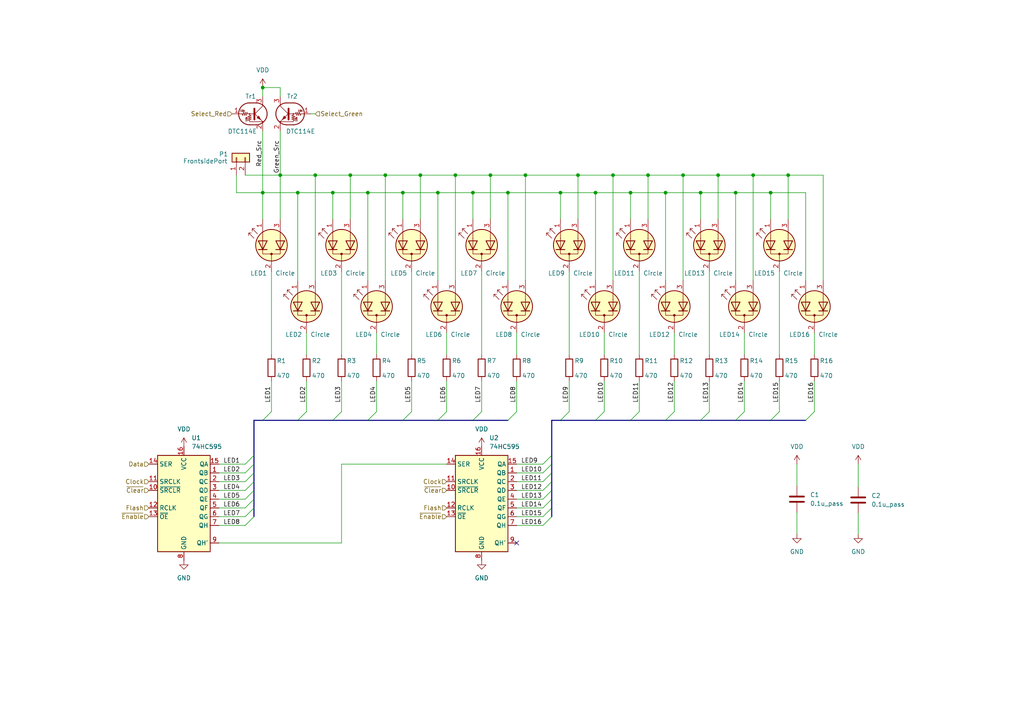
<source format=kicad_sch>
(kicad_sch (version 20230121) (generator eeschema)
  (paper "A4")
  (title_block (title "MicroControllerMainboard") (date "2023-08-15") (rev "Alpha0.0") (company "2023_KCCT_Experiment_Team08") (comment 1 "\"LED_Dual_AKA\": [ Pin1: Red / Pin2: Green ] *同時点灯不可"))
  (lib_symbols
    (symbol "74xx:74HC595"
      (property "Reference" "U" (at -7.62 13.97 0))
      (property "Value" "74HC595" (at -7.62 -16.51 0))
      (symbol "74HC595_1_0"
        (pin tri_state line (at 10.16 7.62 180) (length 2.54) (name "QB") (number "1"))
        (pin input line (at -10.16 2.54 0) (length 2.54) (name "~{SRCLR}") (number "10"))
        (pin input line (at -10.16 5.08 0) (length 2.54) (name "SRCLK") (number "11"))
        (pin input line (at -10.16 -2.54 0) (length 2.54) (name "RCLK") (number "12"))
        (pin input line (at -10.16 -5.08 0) (length 2.54) (name "~{OE}") (number "13"))
        (pin input line (at -10.16 10.16 0) (length 2.54) (name "SER") (number "14"))
        (pin tri_state line (at 10.16 10.16 180) (length 2.54) (name "QA") (number "15"))
        (pin power_in line (at 0 15.24 270) (length 2.54) (name "VCC") (number "16"))
        (pin tri_state line (at 10.16 5.08 180) (length 2.54) (name "QC") (number "2"))
        (pin tri_state line (at 10.16 2.54 180) (length 2.54) (name "QD") (number "3"))
        (pin tri_state line (at 10.16 0 180) (length 2.54) (name "QE") (number "4"))
        (pin tri_state line (at 10.16 -2.54 180) (length 2.54) (name "QF") (number "5"))
        (pin tri_state line (at 10.16 -5.08 180) (length 2.54) (name "QG") (number "6"))
        (pin tri_state line (at 10.16 -7.62 180) (length 2.54) (name "QH") (number "7"))
        (pin power_in line (at 0 -17.78 90) (length 2.54) (name "GND") (number "8"))
        (pin output line (at 10.16 -12.7 180) (length 2.54) (name "QH'") (number "9"))
      )
      (symbol "74HC595_1_1"
        (rectangle (start -7.62 12.7) (end 7.62 -15.24) (stroke (width 0.254)) (fill (type background)))
      )
    )
    (symbol "Connector_Generic:Conn_01x02" (pin_names (offset 1.016) hide)
      (property "Reference" "J" (at 0 2.54 0))
      (property "Value" "Conn_01x02" (at 0 -5.08 0))
      (symbol "Conn_01x02_1_1"
        (rectangle (start -1.27 -2.413) (end 0 -2.667) (stroke (width 0.1524)))
        (rectangle (start -1.27 0.127) (end 0 -0.127) (stroke (width 0.1524)))
        (rectangle (start -1.27 1.27) (end 1.27 -3.81) (stroke (width 0.254)) (fill (type background)))
        (pin passive line (at -5.08 0 0) (length 3.81) (name "Pin_1") (number "1"))
        (pin passive line (at -5.08 -2.54 0) (length 3.81) (name "Pin_2") (number "2"))
      )
    )
    (symbol "Device:C" (pin_numbers hide) (pin_names (offset 0.254))
      (property "Reference" "C" (at 0.635 2.54 0))
      (property "Value" "C" (at 0.635 -2.54 0))
      (symbol "C_0_1"
        (polyline (pts (xy -2.032 -0.762) (xy 2.032 -0.762)) (stroke (width 0.508)))
        (polyline (pts (xy -2.032 0.762) (xy 2.032 0.762)) (stroke (width 0.508)))
      )
      (symbol "C_1_1"
        (pin passive line (at 0 3.81 270) (length 2.794) (name "~") (number "1"))
        (pin passive line (at 0 -3.81 90) (length 2.794) (name "~") (number "2"))
      )
    )
    (symbol "Device:LED_Dual_AKA" (pin_names (offset 0) hide)
      (property "Reference" "D" (at 0 5.715 0))
      (property "Value" "LED_Dual_AKA" (at 0 -6.35 0))
      (symbol "LED_Dual_AKA_0_1"
        (circle (center -2.54 0) (radius 0.2794) (fill (type outline)))
        (polyline (pts (xy -4.572 0) (xy -2.54 0)))
        (polyline (pts (xy -1.27 -1.27) (xy -1.27 -3.81)) (stroke (width 0.254)))
        (polyline (pts (xy -1.27 1.27) (xy -1.27 3.81)) (stroke (width 0.254)))
        (polyline (pts (xy 3.81 -2.54) (xy 1.905 -2.54)))
        (polyline (pts (xy 3.81 2.54) (xy 1.905 2.54)))
        (polyline (pts (xy 1.27 -3.81) (xy 1.27 -1.27) (xy -1.27 -2.54) (xy 1.27 -3.81)) (stroke (width 0.254)))
        (polyline (pts (xy 1.27 1.27) (xy 1.27 3.81) (xy -1.27 2.54) (xy 1.27 1.27)) (stroke (width 0.254)))
        (polyline (pts (xy 2.032 2.54) (xy -2.54 2.54) (xy -2.54 -2.54) (xy 2.032 -2.54)))
        (polyline (pts (xy 2.032 5.08) (xy 3.556 6.604) (xy 2.794 6.604) (xy 3.556 6.604) (xy 3.556 5.842)))
        (polyline (pts (xy 3.302 4.064) (xy 4.826 5.588) (xy 4.064 5.588) (xy 4.826 5.588) (xy 4.826 4.826)))
        (circle (center 0 0) (radius 4.572) (stroke (width 0.254)) (fill (type background)))
      )
      (symbol "LED_Dual_AKA_1_1"
        (pin input line (at 7.62 2.54 180) (length 3.81) (name "A1") (number "1"))
        (pin input line (at -7.62 0 0) (length 3.048) (name "K") (number "2"))
        (pin input line (at 7.62 -2.54 180) (length 3.81) (name "A2") (number "3"))
      )
    )
    (symbol "Device:R" (pin_numbers hide) (pin_names (offset 0))
      (property "Reference" "R" (at 2.032 0 90))
      (property "Value" "R" (at 0 0 90))
      (symbol "R_0_1"
        (rectangle (start -1.016 -2.54) (end 1.016 2.54) (stroke (width 0.254)))
      )
      (symbol "R_1_1"
        (pin passive line (at 0 3.81 270) (length 1.27) (name "~") (number "1"))
        (pin passive line (at 0 -3.81 90) (length 1.27) (name "~") (number "2"))
      )
    )
    (symbol "Transistor_BJT:DTC114E" (pin_names (offset 0) hide)
      (property "Reference" "Q" (at 5.08 1.905 0))
      (property "Value" "DTC114E" (at 5.08 0 0))
      (symbol "DTC114E_0_0"
        (text "10k" (at -3.302 0.889 0) (effects (font (size 0.508 0.508))))
        (text "10k" (at -2.159 -1.524 900) (effects (font (size 0.508 0.508))))
      )
      (symbol "DTC114E_0_1"
        (circle (center -1.27 0) (radius 0.127))
        (arc (start -1.27 3.175) (mid -4.4312 0) (end -1.27 -3.175) (stroke (width 0.254)))
        (polyline (pts (xy -3.429 0) (xy -3.81 0)))
        (polyline (pts (xy -1.27 -3.175) (xy 0.635 -3.175)) (stroke (width 0.254)))
        (polyline (pts (xy -1.27 3.175) (xy 0.635 3.175)) (stroke (width 0.254)))
        (polyline (pts (xy 0 -0.254) (xy 2.54 2.286)))
        (polyline (pts (xy 0.127 1.524) (xy 0.127 -1.651)) (stroke (width 0.508)) (fill (type outline)))
        (polyline (pts (xy 2.54 2.286) (xy 2.54 2.54)))
        (polyline (pts (xy 2.54 -2.286) (xy 0 0.254) (xy 0 0.254)))
        (polyline (pts (xy 0.889 -1.143) (xy 1.397 -0.635) (xy 1.905 -1.651) (xy 0.889 -1.143)) (fill (type outline)))
        (polyline (pts (xy 0 0) (xy -1.905 0) (xy -2.032 0.508) (xy -2.286 -0.508) (xy -2.54 0.508) (xy -2.794 -0.508) (xy -3.048 0.508) (xy -3.302 -0.508) (xy -3.429 0)))
        (polyline (pts (xy -1.27 0) (xy -1.27 -0.381) (xy -0.762 -0.508) (xy -1.778 -0.762) (xy -0.762 -1.016) (xy -1.778 -1.27) (xy -0.762 -1.524) (xy -1.778 -1.778) (xy -1.27 -1.905) (xy -1.27 -2.286) (xy 2.54 -2.286)))
        (arc (start 0.635 -3.175) (mid 3.7962 0) (end 0.635 3.175) (stroke (width 0.254)))
        (circle (center 2.54 -2.286) (radius 0.127))
      )
      (symbol "DTC114E_1_1"
        (pin input line (at -6.35 0 0) (length 2.54) (name "B") (number "1"))
        (pin passive line (at 2.54 -5.08 90) (length 2.54) (name "E") (number "2"))
        (pin passive line (at 2.54 5.08 270) (length 2.54) (name "C") (number "3"))
      )
    )
    (symbol "power:GND" (power) (pin_names (offset 0))
      (property "Value" "GND" (at 0 -3.81 0))
      (symbol "GND_0_1"
        (polyline (pts (xy 0 0) (xy 0 -1.27) (xy 1.27 -1.27) (xy 0 -2.54) (xy -1.27 -1.27) (xy 0 -1.27)))
      )
      (symbol "GND_1_1"
        (pin power_in line (at 0 0 270) (length 0) hide (name "GND") (number "1"))
      )
    )
    (symbol "power:VDD" (power) (pin_names (offset 0))
      (property "Value" "VDD" (at 0 3.81 0))
      (symbol "VDD_0_1"
        (polyline (pts (xy -0.762 1.27) (xy 0 2.54)))
        (polyline (pts (xy 0 0) (xy 0 2.54)))
        (polyline (pts (xy 0 2.54) (xy 0.762 1.27)))
      )
      (symbol "VDD_1_1"
        (pin power_in line (at 0 0 90) (length 0) hide (name "VDD") (number "1"))
      )
    )
  )
  (junction (at 218.44 50.8))
  (junction (at 86.36 55.88))
  (junction (at 106.68 55.88))
  (junction (at 208.28 50.8))
  (junction (at 187.96 50.8))
  (junction (at 228.6 50.8))
  (junction (at 91.44 50.8))
  (junction (at 198.12 50.8))
  (junction (at 116.84 55.88))
  (junction (at 96.52 55.88))
  (junction (at 152.4 50.8))
  (junction (at 101.6 50.8))
  (junction (at 167.64 50.8))
  (junction (at 111.76 50.8))
  (junction (at 142.24 50.8))
  (junction (at 121.92 50.8))
  (junction (at 147.32 55.88))
  (junction (at 223.52 55.88))
  (junction (at 132.08 50.8))
  (junction (at 172.72 55.88))
  (junction (at 182.88 55.88))
  (junction (at 193.04 55.88))
  (junction (at 203.2 55.88))
  (junction (at 127 55.88))
  (junction (at 177.8 50.8))
  (junction (at 213.36 55.88))
  (junction (at 137.16 55.88))
  (junction (at 76.2 25.4))
  (junction (at 162.56 55.88))
  (junction (at 81.28 50.8))
  (junction (at 76.2 55.88))
  (no_connect (at 149.86 157.48))
  (bus_entry (at 157.48 139.7) (size 2.54 -2.54))
  (bus_entry (at 71.12 142.24) (size 2.54 -2.54))
  (bus_entry (at 71.12 152.4) (size 2.54 -2.54))
  (bus_entry (at 205.74 119.38) (size -2.54 2.54))
  (bus_entry (at 215.9 119.38) (size -2.54 2.54))
  (bus_entry (at 71.12 149.86) (size 2.54 -2.54))
  (bus_entry (at 175.26 119.38) (size -2.54 2.54))
  (bus_entry (at 157.48 137.16) (size 2.54 -2.54))
  (bus_entry (at 71.12 144.78) (size 2.54 -2.54))
  (bus_entry (at 157.48 142.24) (size 2.54 -2.54))
  (bus_entry (at 71.12 139.7) (size 2.54 -2.54))
  (bus_entry (at 195.58 119.38) (size -2.54 2.54))
  (bus_entry (at 157.48 149.86) (size 2.54 -2.54))
  (bus_entry (at 119.38 119.38) (size -2.54 2.54))
  (bus_entry (at 157.48 144.78) (size 2.54 -2.54))
  (bus_entry (at 157.48 134.62) (size 2.54 -2.54))
  (bus_entry (at 78.74 119.38) (size -2.54 2.54))
  (bus_entry (at 99.06 119.38) (size -2.54 2.54))
  (bus_entry (at 185.42 119.38) (size -2.54 2.54))
  (bus_entry (at 165.1 119.38) (size -2.54 2.54))
  (bus_entry (at 139.7 119.38) (size -2.54 2.54))
  (bus_entry (at 226.06 119.38) (size -2.54 2.54))
  (bus_entry (at 88.9 119.38) (size -2.54 2.54))
  (bus_entry (at 71.12 134.62) (size 2.54 -2.54))
  (bus_entry (at 236.22 119.38) (size -2.54 2.54))
  (bus_entry (at 149.86 119.38) (size -2.54 2.54))
  (bus_entry (at 71.12 147.32) (size 2.54 -2.54))
  (bus_entry (at 71.12 137.16) (size 2.54 -2.54))
  (bus_entry (at 157.48 147.32) (size 2.54 -2.54))
  (bus_entry (at 157.48 152.4) (size 2.54 -2.54))
  (bus_entry (at 129.54 119.38) (size -2.54 2.54))
  (bus_entry (at 109.22 119.38) (size -2.54 2.54))
  (wire (pts (xy 149.86 142.24) (xy 157.48 142.24)))
  (wire (pts (xy 111.76 50.8) (xy 121.92 50.8)))
  (wire (pts (xy 132.08 50.8) (xy 121.92 50.8)))
  (bus (pts (xy 116.84 121.92) (xy 127 121.92)))
  (wire (pts (xy 132.08 81.28) (xy 132.08 50.8)))
  (bus (pts (xy 73.66 147.32) (xy 73.66 144.78)))
  (wire (pts (xy 152.4 50.8) (xy 167.64 50.8)))
  (wire (pts (xy 88.9 96.52) (xy 88.9 102.87)))
  (wire (pts (xy 129.54 110.49) (xy 129.54 119.38)))
  (wire (pts (xy 185.42 78.74) (xy 185.42 102.87)))
  (wire (pts (xy 195.58 110.49) (xy 195.58 119.38)))
  (wire (pts (xy 226.06 78.74) (xy 226.06 102.87)))
  (wire (pts (xy 111.76 50.8) (xy 111.76 81.28)))
  (wire (pts (xy 162.56 55.88) (xy 162.56 63.5)))
  (wire (pts (xy 149.86 110.49) (xy 149.86 119.38)))
  (wire (pts (xy 167.64 50.8) (xy 167.64 63.5)))
  (wire (pts (xy 149.86 144.78) (xy 157.48 144.78)))
  (wire (pts (xy 109.22 110.49) (xy 109.22 119.38)))
  (bus (pts (xy 160.02 139.7) (xy 160.02 137.16)))
  (wire (pts (xy 137.16 55.88) (xy 127 55.88)))
  (wire (pts (xy 147.32 55.88) (xy 137.16 55.88)))
  (bus (pts (xy 127 121.92) (xy 137.16 121.92)))
  (wire (pts (xy 68.58 55.88) (xy 68.58 50.8)))
  (wire (pts (xy 233.68 81.28) (xy 233.68 55.88)))
  (wire (pts (xy 205.74 110.49) (xy 205.74 119.38)))
  (wire (pts (xy 106.68 81.28) (xy 106.68 55.88)))
  (wire (pts (xy 228.6 63.5) (xy 228.6 50.8)))
  (wire (pts (xy 76.2 55.88) (xy 68.58 55.88)))
  (wire (pts (xy 208.28 50.8) (xy 208.28 63.5)))
  (wire (pts (xy 182.88 55.88) (xy 172.72 55.88)))
  (wire (pts (xy 172.72 81.28) (xy 172.72 55.88)))
  (wire (pts (xy 99.06 78.74) (xy 99.06 102.87)))
  (wire (pts (xy 231.14 148.59) (xy 231.14 154.94)))
  (wire (pts (xy 91.44 81.28) (xy 91.44 50.8)))
  (bus (pts (xy 160.02 134.62) (xy 160.02 132.08)))
  (wire (pts (xy 172.72 55.88) (xy 162.56 55.88)))
  (wire (pts (xy 142.24 63.5) (xy 142.24 50.8)))
  (wire (pts (xy 228.6 50.8) (xy 238.76 50.8)))
  (wire (pts (xy 149.86 137.16) (xy 157.48 137.16)))
  (wire (pts (xy 218.44 50.8) (xy 208.28 50.8)))
  (bus (pts (xy 160.02 121.92) (xy 162.56 121.92)))
  (wire (pts (xy 177.8 50.8) (xy 167.64 50.8)))
  (wire (pts (xy 139.7 110.49) (xy 139.7 119.38)))
  (wire (pts (xy 81.28 50.8) (xy 81.28 63.5)))
  (wire (pts (xy 182.88 63.5) (xy 182.88 55.88)))
  (wire (pts (xy 63.5 149.86) (xy 71.12 149.86)))
  (wire (pts (xy 81.28 25.4) (xy 81.28 27.94)))
  (wire (pts (xy 215.9 96.52) (xy 215.9 102.87)))
  (wire (pts (xy 106.68 55.88) (xy 116.84 55.88)))
  (wire (pts (xy 101.6 50.8) (xy 111.76 50.8)))
  (wire (pts (xy 236.22 96.52) (xy 236.22 102.87)))
  (wire (pts (xy 119.38 78.74) (xy 119.38 102.87)))
  (wire (pts (xy 175.26 110.49) (xy 175.26 119.38)))
  (wire (pts (xy 101.6 63.5) (xy 101.6 50.8)))
  (bus (pts (xy 213.36 121.92) (xy 223.52 121.92)))
  (wire (pts (xy 91.44 50.8) (xy 81.28 50.8)))
  (bus (pts (xy 96.52 121.92) (xy 106.68 121.92)))
  (wire (pts (xy 147.32 81.28) (xy 147.32 55.88)))
  (wire (pts (xy 129.54 96.52) (xy 129.54 102.87)))
  (bus (pts (xy 160.02 132.08) (xy 160.02 121.92)))
  (wire (pts (xy 248.92 134.62) (xy 248.92 141.224)))
  (wire (pts (xy 91.44 50.8) (xy 101.6 50.8)))
  (bus (pts (xy 73.66 132.08) (xy 73.66 121.92)))
  (wire (pts (xy 63.5 139.7) (xy 71.12 139.7)))
  (bus (pts (xy 162.56 121.92) (xy 172.72 121.92)))
  (wire (pts (xy 165.1 78.74) (xy 165.1 102.87)))
  (wire (pts (xy 139.7 78.74) (xy 139.7 102.87)))
  (wire (pts (xy 149.86 96.52) (xy 149.86 102.87)))
  (bus (pts (xy 73.66 149.86) (xy 73.66 147.32)))
  (wire (pts (xy 109.22 96.52) (xy 109.22 102.87)))
  (bus (pts (xy 106.68 121.92) (xy 116.84 121.92)))
  (bus (pts (xy 223.52 121.92) (xy 233.68 121.92)))
  (wire (pts (xy 215.9 110.49) (xy 215.9 119.38)))
  (bus (pts (xy 172.72 121.92) (xy 182.88 121.92)))
  (wire (pts (xy 193.04 55.88) (xy 182.88 55.88)))
  (wire (pts (xy 185.42 110.49) (xy 185.42 119.38)))
  (wire (pts (xy 78.74 78.74) (xy 78.74 102.87)))
  (wire (pts (xy 142.24 50.8) (xy 152.4 50.8)))
  (wire (pts (xy 213.36 81.28) (xy 213.36 55.88)))
  (wire (pts (xy 165.1 110.49) (xy 165.1 119.38)))
  (bus (pts (xy 73.66 139.7) (xy 73.66 137.16)))
  (wire (pts (xy 119.38 110.49) (xy 119.38 119.38)))
  (wire (pts (xy 248.92 148.844) (xy 248.92 154.94)))
  (wire (pts (xy 198.12 50.8) (xy 208.28 50.8)))
  (wire (pts (xy 149.86 152.4) (xy 157.48 152.4)))
  (wire (pts (xy 177.8 81.28) (xy 177.8 50.8)))
  (wire (pts (xy 63.5 157.48) (xy 99.06 157.48)))
  (wire (pts (xy 127 81.28) (xy 127 55.88)))
  (bus (pts (xy 160.02 149.86) (xy 160.02 147.32)))
  (wire (pts (xy 76.2 25.4) (xy 81.28 25.4)))
  (wire (pts (xy 187.96 63.5) (xy 187.96 50.8)))
  (wire (pts (xy 205.74 78.74) (xy 205.74 102.87)))
  (bus (pts (xy 160.02 147.32) (xy 160.02 144.78)))
  (wire (pts (xy 86.36 55.88) (xy 76.2 55.88)))
  (wire (pts (xy 63.5 147.32) (xy 71.12 147.32)))
  (wire (pts (xy 63.5 152.4) (xy 71.12 152.4)))
  (wire (pts (xy 76.2 38.1) (xy 76.2 55.88)))
  (wire (pts (xy 238.76 50.8) (xy 238.76 81.28)))
  (wire (pts (xy 132.08 50.8) (xy 142.24 50.8)))
  (wire (pts (xy 223.52 63.5) (xy 223.52 55.88)))
  (wire (pts (xy 71.12 50.8) (xy 81.28 50.8)))
  (wire (pts (xy 193.04 55.88) (xy 203.2 55.88)))
  (wire (pts (xy 187.96 50.8) (xy 198.12 50.8)))
  (wire (pts (xy 149.86 139.7) (xy 157.48 139.7)))
  (wire (pts (xy 218.44 50.8) (xy 228.6 50.8)))
  (wire (pts (xy 203.2 55.88) (xy 203.2 63.5)))
  (wire (pts (xy 149.86 149.86) (xy 157.48 149.86)))
  (bus (pts (xy 182.88 121.92) (xy 193.04 121.92)))
  (bus (pts (xy 73.66 142.24) (xy 73.66 139.7)))
  (wire (pts (xy 116.84 55.88) (xy 116.84 63.5)))
  (wire (pts (xy 99.06 134.62) (xy 129.54 134.62)))
  (wire (pts (xy 76.2 55.88) (xy 76.2 63.5)))
  (bus (pts (xy 73.66 134.62) (xy 73.66 132.08)))
  (bus (pts (xy 73.66 137.16) (xy 73.66 134.62)))
  (bus (pts (xy 137.16 121.92) (xy 147.32 121.92)))
  (wire (pts (xy 76.2 25.4) (xy 76.2 27.94)))
  (bus (pts (xy 73.66 144.78) (xy 73.66 142.24)))
  (wire (pts (xy 177.8 50.8) (xy 187.96 50.8)))
  (wire (pts (xy 121.92 50.8) (xy 121.92 63.5)))
  (bus (pts (xy 86.36 121.92) (xy 96.52 121.92)))
  (wire (pts (xy 99.06 157.48) (xy 99.06 134.62)))
  (bus (pts (xy 160.02 144.78) (xy 160.02 142.24)))
  (wire (pts (xy 88.9 110.49) (xy 88.9 119.38)))
  (wire (pts (xy 175.26 96.52) (xy 175.26 102.87)))
  (wire (pts (xy 193.04 81.28) (xy 193.04 55.88)))
  (wire (pts (xy 63.5 142.24) (xy 71.12 142.24)))
  (wire (pts (xy 63.5 134.62) (xy 71.12 134.62)))
  (bus (pts (xy 73.66 121.92) (xy 76.2 121.92)))
  (bus (pts (xy 203.2 121.92) (xy 213.36 121.92)))
  (bus (pts (xy 160.02 142.24) (xy 160.02 139.7)))
  (wire (pts (xy 99.06 110.49) (xy 99.06 119.38)))
  (wire (pts (xy 137.16 63.5) (xy 137.16 55.88)))
  (wire (pts (xy 226.06 110.49) (xy 226.06 119.38)))
  (wire (pts (xy 147.32 55.88) (xy 162.56 55.88)))
  (wire (pts (xy 198.12 50.8) (xy 198.12 81.28)))
  (wire (pts (xy 106.68 55.88) (xy 96.52 55.88)))
  (wire (pts (xy 81.28 38.1) (xy 81.28 50.8)))
  (wire (pts (xy 149.86 147.32) (xy 157.48 147.32)))
  (bus (pts (xy 160.02 137.16) (xy 160.02 134.62)))
  (wire (pts (xy 63.5 137.16) (xy 71.12 137.16)))
  (wire (pts (xy 78.74 110.49) (xy 78.74 119.38)))
  (wire (pts (xy 223.52 55.88) (xy 213.36 55.88)))
  (wire (pts (xy 152.4 50.8) (xy 152.4 81.28)))
  (wire (pts (xy 213.36 55.88) (xy 203.2 55.88)))
  (wire (pts (xy 90.17 33.02) (xy 91.44 33.02)))
  (wire (pts (xy 236.22 110.49) (xy 236.22 119.38)))
  (wire (pts (xy 231.14 134.62) (xy 231.14 140.97)))
  (bus (pts (xy 76.2 121.92) (xy 86.36 121.92)))
  (wire (pts (xy 233.68 55.88) (xy 223.52 55.88)))
  (wire (pts (xy 96.52 55.88) (xy 86.36 55.88)))
  (wire (pts (xy 127 55.88) (xy 116.84 55.88)))
  (bus (pts (xy 193.04 121.92) (xy 203.2 121.92)))
  (wire (pts (xy 195.58 96.52) (xy 195.58 102.87)))
  (wire (pts (xy 96.52 63.5) (xy 96.52 55.88)))
  (wire (pts (xy 149.86 134.62) (xy 157.48 134.62)))
  (wire (pts (xy 86.36 81.28) (xy 86.36 55.88)))
  (wire (pts (xy 218.44 81.28) (xy 218.44 50.8)))
  (wire (pts (xy 63.5 144.78) (xy 71.12 144.78)))
  (label "LED7" (at 64.77 149.86 0))
  (label "LED9" (at 165.1 116.84 90))
  (label "LED14" (at 215.9 116.84 90))
  (label "LED9" (at 151.13 134.62 0))
  (label "LED5" (at 119.38 116.84 90))
  (label "LED10" (at 151.13 137.16 0))
  (label "LED14" (at 151.13 147.32 0))
  (label "LED12" (at 195.58 116.84 90))
  (label "LED3" (at 99.06 116.84 90))
  (label "LED4" (at 109.22 116.84 90))
  (label "LED5" (at 64.77 144.78 0))
  (label "LED15" (at 151.13 149.86 0))
  (label "LED8" (at 64.77 152.4 0))
  (label "LED1" (at 64.77 134.62 0))
  (label "LED10" (at 175.26 116.84 90))
  (label "LED6" (at 129.54 116.84 90))
  (label "LED16" (at 236.22 116.84 90))
  (label "LED8" (at 149.86 116.84 90))
  (label "LED2" (at 64.77 137.16 0))
  (label "LED11" (at 151.13 139.7 0))
  (label "LED13" (at 151.13 144.78 0))
  (label "Red_Src" (at 76.2 40.64 270))
  (label "LED15" (at 226.06 116.84 90))
  (label "LED16" (at 151.13 152.4 0))
  (label "LED4" (at 64.77 142.24 0))
  (label "LED3" (at 64.77 139.7 0))
  (label "Green_Src" (at 81.28 40.64 270))
  (label "LED2" (at 88.9 116.84 90))
  (label "LED1" (at 78.74 116.84 90))
  (label "LED12" (at 151.13 142.24 0))
  (label "LED11" (at 185.42 116.84 90))
  (label "LED6" (at 64.77 147.32 0))
  (label "LED13" (at 205.74 116.84 90))
  (label "LED7" (at 139.7 116.84 90))
  (hierarchical_label "Flash" (shape input) (at 43.18 147.32 180))
  (hierarchical_label "Select_Red" (shape input) (at 67.31 33.02 180))
  (hierarchical_label "Clock" (shape input) (at 43.18 139.7 180))
  (hierarchical_label "~{Clear}" (shape input) (at 129.54 142.24 180))
  (hierarchical_label "~{Enable}" (shape input) (at 129.54 149.86 180))
  (hierarchical_label "~{Enable}" (shape input) (at 43.18 149.86 180))
  (hierarchical_label "Select_Green" (shape input) (at 91.44 33.02 0))
  (hierarchical_label "Clock" (shape input) (at 129.54 139.7 180))
  (hierarchical_label "~{Clear}" (shape input) (at 43.18 142.24 180))
  (hierarchical_label "Flash" (shape input) (at 129.54 147.32 180))
  (hierarchical_label "Data" (shape input) (at 43.18 134.62 180))
  (symbol (lib_id "74xx:74HC595") (at 139.7 144.78 0) (unit 1)
    (property "Reference" "U2" (at 141.8941 127 0) (effects (justify left)))
    (property "Value" "74HC595" (at 141.8941 129.54 0) (effects (justify left)))
    (property "Footprint" "Package_DIP:DIP-16_W7.62mm_LongPads" (effects hide))
    (property "Datasheet" "http://www.ti.com/lit/ds/symlink/sn74hc595.pdf" (effects hide))
  )
  (symbol (lib_id "power:VDD") (at 53.34 129.54 0) (unit 1)
    (property "Reference" "#PWR01" (effects hide))
    (property "Value" "VDD" (at 53.34 124.46 0))
  )
  (symbol (lib_id "power:VDD") (at 139.7 129.54 0) (unit 1)
    (property "Reference" "#PWR04" (effects hide))
    (property "Value" "VDD" (at 139.7 124.46 0))
  )
  (symbol (lib_id "Device:LED_Dual_AKA") (at 88.9 88.9 90) (unit 1)
    (property "Reference" "LED2" (at 87.63 97.028 90) (effects (justify left)))
    (property "Value" "Circle" (at 95.758 97.028 90) (effects (justify left)))
    (property "Footprint" "LED_THT:LED_D3.0mm-3" (effects hide))
  )
  (symbol (lib_id "Device:LED_Dual_AKA") (at 78.74 71.12 90) (unit 1)
    (property "Reference" "LED1" (at 77.47 79.248 90) (effects (justify left)))
    (property "Value" "Circle" (at 85.598 79.248 90) (effects (justify left)))
    (property "Footprint" "LED_THT:LED_D3.0mm-3" (effects hide))
  )
  (symbol (lib_id "Device:R") (at 175.26 106.68 0) (unit 1)
    (property "Reference" "R10" (at 176.784 104.648 0) (effects (justify left)))
    (property "Value" "470" (at 176.784 108.966 0) (effects (justify left)))
    (property "Footprint" "Resistor_THT:R_Axial_DIN0207_L6.3mm_D2.5mm_P7.62mm_Horizontal" (effects hide))
  )
  (symbol (lib_id "power:VDD") (at 76.2 25.4 0) (unit 1)
    (property "Reference" "#PWR03" (effects hide))
    (property "Value" "VDD" (at 76.2 20.32 0))
  )
  (symbol (lib_id "Device:R") (at 129.54 106.68 0) (unit 1)
    (property "Reference" "R6" (at 131.064 104.648 0) (effects (justify left)))
    (property "Value" "470" (at 131.064 108.966 0) (effects (justify left)))
    (property "Footprint" "Resistor_THT:R_Axial_DIN0207_L6.3mm_D2.5mm_P7.62mm_Horizontal" (effects hide))
  )
  (symbol (lib_id "power:GND") (at 231.14 154.94 0) (unit 1)
    (property "Reference" "#PWR07" (effects hide))
    (property "Value" "GND" (at 231.14 160.02 0))
  )
  (symbol (lib_id "Device:C") (at 248.92 145.034 0) (unit 1)
    (property "Reference" "C2" (at 252.73 143.764 0) (effects (justify left)))
    (property "Value" "0.1u_pass" (at 252.73 146.304 0) (effects (justify left)))
    (property "Footprint" "Capacitor_THT:C_Disc_D5.0mm_W2.5mm_P2.50mm" (effects hide))
  )
  (symbol (lib_id "Connector_Generic:Conn_01x02") (at 68.58 45.72 90) (unit 1)
    (property "Reference" "P1" (at 63.5 44.704 90) (effects (justify right)))
    (property "Value" "FrontsidePort" (at 53.086 46.736 90) (effects (justify right)))
    (property "Footprint" "Connector_PinHeader_2.54mm:PinHeader_1x02_P2.54mm_Vertical" (effects hide))
  )
  (symbol (lib_id "Device:LED_Dual_AKA") (at 165.1 71.12 90) (unit 1)
    (property "Reference" "LED9" (at 163.83 79.248 90) (effects (justify left)))
    (property "Value" "Circle" (at 171.958 79.248 90) (effects (justify left)))
    (property "Footprint" "LED_THT:LED_D3.0mm-3" (effects hide))
  )
  (symbol (lib_id "Device:LED_Dual_AKA") (at 185.42 71.12 90) (unit 1)
    (property "Reference" "LED11" (at 184.15 79.248 90) (effects (justify left)))
    (property "Value" "Circle" (at 192.278 79.248 90) (effects (justify left)))
    (property "Footprint" "LED_THT:LED_D3.0mm-3" (effects hide))
  )
  (symbol (lib_id "Device:R") (at 165.1 106.68 0) (unit 1)
    (property "Reference" "R9" (at 166.624 104.648 0) (effects (justify left)))
    (property "Value" "470" (at 166.624 108.966 0) (effects (justify left)))
    (property "Footprint" "Resistor_THT:R_Axial_DIN0207_L6.3mm_D2.5mm_P7.62mm_Horizontal" (effects hide))
  )
  (symbol (lib_id "Transistor_BJT:DTC114E") (at 83.82 33.02 0) (mirror y) (unit 1)
    (property "Reference" "Tr2" (at 86.36 27.94 0) (effects (justify left)))
    (property "Value" "DTC114E" (at 91.44 38.1 0) (effects (justify left)))
    (property "Footprint" "Package_TO_SOT_THT:TO-92" (effects hide))
  )
  (symbol (lib_id "Device:R") (at 226.06 106.68 0) (unit 1)
    (property "Reference" "R15" (at 227.584 104.648 0) (effects (justify left)))
    (property "Value" "470" (at 227.584 108.966 0) (effects (justify left)))
    (property "Footprint" "Resistor_THT:R_Axial_DIN0207_L6.3mm_D2.5mm_P7.62mm_Horizontal" (effects hide))
  )
  (symbol (lib_id "Device:R") (at 215.9 106.68 0) (unit 1)
    (property "Reference" "R14" (at 217.424 104.648 0) (effects (justify left)))
    (property "Value" "470" (at 217.424 108.966 0) (effects (justify left)))
    (property "Footprint" "Resistor_THT:R_Axial_DIN0207_L6.3mm_D2.5mm_P7.62mm_Horizontal" (effects hide))
  )
  (symbol (lib_id "74xx:74HC595") (at 53.34 144.78 0) (unit 1)
    (property "Reference" "U1" (at 55.5341 127 0) (effects (justify left)))
    (property "Value" "74HC595" (at 55.5341 129.54 0) (effects (justify left)))
    (property "Footprint" "Package_DIP:DIP-16_W7.62mm_LongPads" (effects hide))
    (property "Datasheet" "http://www.ti.com/lit/ds/symlink/sn74hc595.pdf" (effects hide))
  )
  (symbol (lib_id "Device:R") (at 88.9 106.68 0) (unit 1)
    (property "Reference" "R2" (at 90.424 104.648 0) (effects (justify left)))
    (property "Value" "470" (at 90.424 108.966 0) (effects (justify left)))
    (property "Footprint" "Resistor_THT:R_Axial_DIN0207_L6.3mm_D2.5mm_P7.62mm_Horizontal" (effects hide))
  )
  (symbol (lib_id "Transistor_BJT:DTC114E") (at 73.66 33.02 0) (unit 1)
    (property "Reference" "Tr1" (at 71.12 27.94 0) (effects (justify left)))
    (property "Value" "DTC114E" (at 66.04 38.1 0) (effects (justify left)))
    (property "Footprint" "Package_TO_SOT_THT:TO-92" (effects hide))
  )
  (symbol (lib_id "Device:R") (at 195.58 106.68 0) (unit 1)
    (property "Reference" "R12" (at 197.104 104.648 0) (effects (justify left)))
    (property "Value" "470" (at 197.104 108.966 0) (effects (justify left)))
    (property "Footprint" "Resistor_THT:R_Axial_DIN0207_L6.3mm_D2.5mm_P7.62mm_Horizontal" (effects hide))
  )
  (symbol (lib_id "Device:R") (at 139.7 106.68 0) (unit 1)
    (property "Reference" "R7" (at 141.224 104.648 0) (effects (justify left)))
    (property "Value" "470" (at 141.224 108.966 0) (effects (justify left)))
    (property "Footprint" "Resistor_THT:R_Axial_DIN0207_L6.3mm_D2.5mm_P7.62mm_Horizontal" (effects hide))
  )
  (symbol (lib_id "Device:R") (at 119.38 106.68 0) (unit 1)
    (property "Reference" "R5" (at 120.904 104.648 0) (effects (justify left)))
    (property "Value" "470" (at 120.904 108.966 0) (effects (justify left)))
    (property "Footprint" "Resistor_THT:R_Axial_DIN0207_L6.3mm_D2.5mm_P7.62mm_Horizontal" (effects hide))
  )
  (symbol (lib_id "power:GND") (at 53.34 162.56 0) (unit 1)
    (property "Reference" "#PWR02" (effects hide))
    (property "Value" "GND" (at 53.34 167.64 0))
  )
  (symbol (lib_id "Device:R") (at 185.42 106.68 0) (unit 1)
    (property "Reference" "R11" (at 186.944 104.648 0) (effects (justify left)))
    (property "Value" "470" (at 186.944 108.966 0) (effects (justify left)))
    (property "Footprint" "Resistor_THT:R_Axial_DIN0207_L6.3mm_D2.5mm_P7.62mm_Horizontal" (effects hide))
  )
  (symbol (lib_id "Device:LED_Dual_AKA") (at 205.74 71.12 90) (unit 1)
    (property "Reference" "LED13" (at 204.47 79.248 90) (effects (justify left)))
    (property "Value" "Circle" (at 212.598 79.248 90) (effects (justify left)))
    (property "Footprint" "LED_THT:LED_D3.0mm-3" (effects hide))
  )
  (symbol (lib_id "Device:R") (at 109.22 106.68 0) (unit 1)
    (property "Reference" "R4" (at 110.744 104.648 0) (effects (justify left)))
    (property "Value" "470" (at 110.744 108.966 0) (effects (justify left)))
    (property "Footprint" "Resistor_THT:R_Axial_DIN0207_L6.3mm_D2.5mm_P7.62mm_Horizontal" (effects hide))
  )
  (symbol (lib_id "Device:C") (at 231.14 144.78 0) (unit 1)
    (property "Reference" "C1" (at 234.95 143.51 0) (effects (justify left)))
    (property "Value" "0.1u_pass" (at 234.95 146.05 0) (effects (justify left)))
    (property "Footprint" "Capacitor_THT:C_Disc_D5.0mm_W2.5mm_P2.50mm" (effects hide))
  )
  (symbol (lib_id "Device:R") (at 236.22 106.68 0) (unit 1)
    (property "Reference" "R16" (at 237.744 104.648 0) (effects (justify left)))
    (property "Value" "470" (at 237.744 108.966 0) (effects (justify left)))
    (property "Footprint" "Resistor_THT:R_Axial_DIN0207_L6.3mm_D2.5mm_P7.62mm_Horizontal" (effects hide))
  )
  (symbol (lib_id "Device:R") (at 149.86 106.68 0) (unit 1)
    (property "Reference" "R8" (at 151.384 104.648 0) (effects (justify left)))
    (property "Value" "470" (at 151.384 108.966 0) (effects (justify left)))
    (property "Footprint" "Resistor_THT:R_Axial_DIN0207_L6.3mm_D2.5mm_P7.62mm_Horizontal" (effects hide))
  )
  (symbol (lib_id "power:VDD") (at 248.92 134.62 0) (unit 1)
    (property "Reference" "#PWR08" (effects hide))
    (property "Value" "VDD" (at 248.92 129.54 0))
  )
  (symbol (lib_id "Device:R") (at 205.74 106.68 0) (unit 1)
    (property "Reference" "R13" (at 207.264 104.648 0) (effects (justify left)))
    (property "Value" "470" (at 207.264 108.966 0) (effects (justify left)))
    (property "Footprint" "Resistor_THT:R_Axial_DIN0207_L6.3mm_D2.5mm_P7.62mm_Horizontal" (effects hide))
  )
  (symbol (lib_id "Device:LED_Dual_AKA") (at 119.38 71.12 90) (unit 1)
    (property "Reference" "LED5" (at 118.11 79.248 90) (effects (justify left)))
    (property "Value" "Circle" (at 126.238 79.248 90) (effects (justify left)))
    (property "Footprint" "LED_THT:LED_D3.0mm-3" (effects hide))
  )
  (symbol (lib_id "Device:R") (at 78.74 106.68 0) (unit 1)
    (property "Reference" "R1" (at 80.264 104.648 0) (effects (justify left)))
    (property "Value" "470" (at 80.264 108.966 0) (effects (justify left)))
    (property "Footprint" "Resistor_THT:R_Axial_DIN0207_L6.3mm_D2.5mm_P7.62mm_Horizontal" (effects hide))
  )
  (symbol (lib_id "power:VDD") (at 231.14 134.62 0) (unit 1)
    (property "Reference" "#PWR06" (effects hide))
    (property "Value" "VDD" (at 231.14 129.54 0))
  )
  (symbol (lib_id "Device:LED_Dual_AKA") (at 195.58 88.9 90) (unit 1)
    (property "Reference" "LED12" (at 194.31 97.028 90) (effects (justify left)))
    (property "Value" "Circle" (at 202.438 97.028 90) (effects (justify left)))
    (property "Footprint" "LED_THT:LED_D3.0mm-3" (effects hide))
  )
  (symbol (lib_id "Device:LED_Dual_AKA") (at 129.54 88.9 90) (unit 1)
    (property "Reference" "LED6" (at 128.27 97.028 90) (effects (justify left)))
    (property "Value" "Circle" (at 136.398 97.028 90) (effects (justify left)))
    (property "Footprint" "LED_THT:LED_D3.0mm-3" (effects hide))
  )
  (symbol (lib_id "Device:LED_Dual_AKA") (at 149.86 88.9 90) (unit 1)
    (property "Reference" "LED8" (at 148.59 97.028 90) (effects (justify left)))
    (property "Value" "Circle" (at 156.718 97.028 90) (effects (justify left)))
    (property "Footprint" "LED_THT:LED_D3.0mm-3" (effects hide))
  )
  (symbol (lib_id "Device:R") (at 99.06 106.68 0) (unit 1)
    (property "Reference" "R3" (at 100.584 104.648 0) (effects (justify left)))
    (property "Value" "470" (at 100.584 108.966 0) (effects (justify left)))
    (property "Footprint" "Resistor_THT:R_Axial_DIN0207_L6.3mm_D2.5mm_P7.62mm_Horizontal" (effects hide))
  )
  (symbol (lib_id "Device:LED_Dual_AKA") (at 109.22 88.9 90) (unit 1)
    (property "Reference" "LED4" (at 107.95 97.028 90) (effects (justify left)))
    (property "Value" "Circle" (at 116.078 97.028 90) (effects (justify left)))
    (property "Footprint" "LED_THT:LED_D3.0mm-3" (effects hide))
  )
  (symbol (lib_id "Device:LED_Dual_AKA") (at 226.06 71.12 90) (unit 1)
    (property "Reference" "LED15" (at 224.79 79.248 90) (effects (justify left)))
    (property "Value" "Circle" (at 232.918 79.248 90) (effects (justify left)))
    (property "Footprint" "LED_THT:LED_D3.0mm-3" (effects hide))
  )
  (symbol (lib_id "power:GND") (at 248.92 154.94 0) (unit 1)
    (property "Reference" "#PWR09" (effects hide))
    (property "Value" "GND" (at 248.92 160.02 0))
  )
  (symbol (lib_id "Device:LED_Dual_AKA") (at 236.22 88.9 90) (unit 1)
    (property "Reference" "LED16" (at 234.95 97.028 90) (effects (justify left)))
    (property "Value" "Circle" (at 243.078 97.028 90) (effects (justify left)))
    (property "Footprint" "LED_THT:LED_D3.0mm-3" (effects hide))
  )
  (symbol (lib_id "Device:LED_Dual_AKA") (at 175.26 88.9 90) (unit 1)
    (property "Reference" "LED10" (at 173.99 97.028 90) (effects (justify left)))
    (property "Value" "Circle" (at 182.118 97.028 90) (effects (justify left)))
    (property "Footprint" "LED_THT:LED_D3.0mm-3" (effects hide))
  )
  (symbol (lib_id "power:GND") (at 139.7 162.56 0) (unit 1)
    (property "Reference" "#PWR05" (effects hide))
    (property "Value" "GND" (at 139.7 167.64 0))
  )
  (symbol (lib_id "Device:LED_Dual_AKA") (at 139.7 71.12 90) (unit 1)
    (property "Reference" "LED7" (at 138.43 79.248 90) (effects (justify left)))
    (property "Value" "Circle" (at 146.558 79.248 90) (effects (justify left)))
    (property "Footprint" "LED_THT:LED_D3.0mm-3" (effects hide))
  )
  (symbol (lib_id "Device:LED_Dual_AKA") (at 99.06 71.12 90) (unit 1)
    (property "Reference" "LED3" (at 97.79 79.248 90) (effects (justify left)))
    (property "Value" "Circle" (at 105.918 79.248 90) (effects (justify left)))
    (property "Footprint" "LED_THT:LED_D3.0mm-3" (effects hide))
  )
  (symbol (lib_id "Device:LED_Dual_AKA") (at 215.9 88.9 90) (unit 1)
    (property "Reference" "LED14" (at 214.63 97.028 90) (effects (justify left)))
    (property "Value" "Circle" (at 222.758 97.028 90) (effects (justify left)))
    (property "Footprint" "LED_THT:LED_D3.0mm-3" (effects hide))
  )
)
</source>
